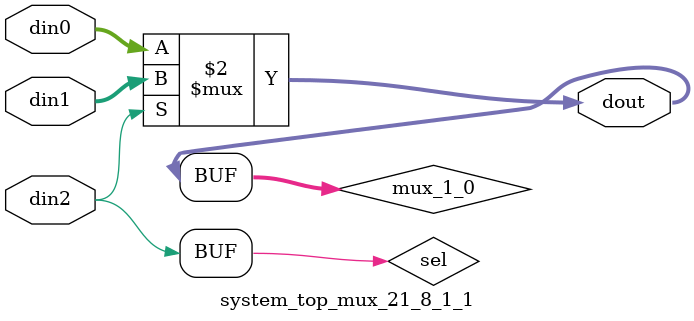
<source format=v>

`timescale 1ns/1ps

module system_top_mux_21_8_1_1 #(
parameter
    ID                = 0,
    NUM_STAGE         = 1,
    din0_WIDTH       = 32,
    din1_WIDTH       = 32,
    din2_WIDTH         = 32,
    dout_WIDTH            = 32
)(
    input  [7 : 0]     din0,
    input  [7 : 0]     din1,
    input  [0 : 0]    din2,
    output [7 : 0]   dout);

// puts internal signals
wire [0 : 0]     sel;
// level 1 signals
wire [7 : 0]         mux_1_0;

assign sel = din2;

// Generate level 1 logic
assign mux_1_0 = (sel[0] == 0)? din0 : din1;

// output logic
assign dout = mux_1_0;

endmodule

</source>
